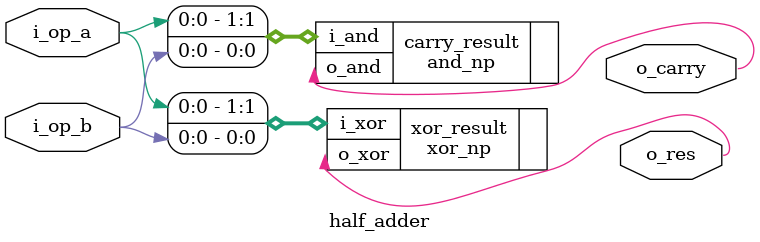
<source format=sv>
`include "./gates/xor_np.sv"
`include "./gates/and_np.sv"

module half_adder (
    input logic i_op_a,
    input logic i_op_b,

    output logic o_res,        // One D-bit output
    output logic o_carry
);

xor_np #(.N(2), .D(1)) xor_result (
    .i_xor({i_op_a, i_op_b}),
    .o_xor(o_res)
);

and_np #(.N(2), .D(1)) carry_result (
    .i_and({i_op_a, i_op_b}),
    .o_and(o_carry)
);

endmodule

</source>
